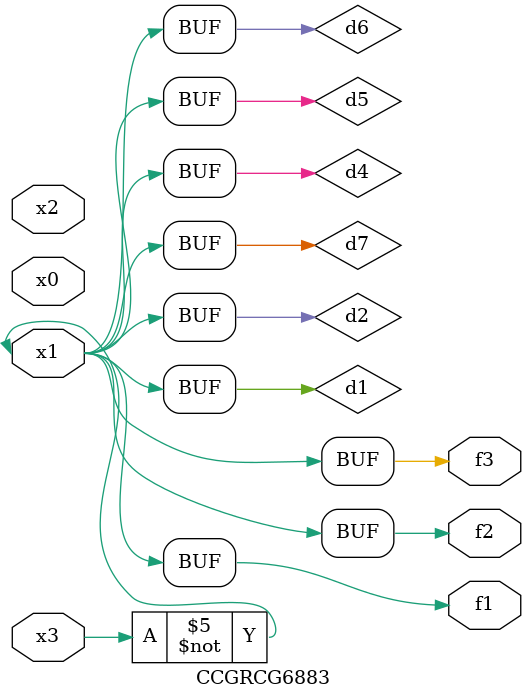
<source format=v>
module CCGRCG6883(
	input x0, x1, x2, x3,
	output f1, f2, f3
);

	wire d1, d2, d3, d4, d5, d6, d7;

	not (d1, x3);
	buf (d2, x1);
	xnor (d3, d1, d2);
	nor (d4, d1);
	buf (d5, d1, d2);
	buf (d6, d4, d5);
	nand (d7, d4);
	assign f1 = d6;
	assign f2 = d7;
	assign f3 = d6;
endmodule

</source>
